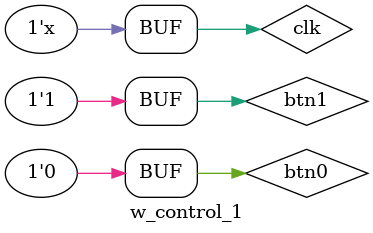
<source format=v>


module w_control_1( );

reg btn0,btn1,clk;

 wire [6:0]USEC;
 wire [5:0]SEC;
 wire [5:0] MIN;
 
 wire[1:0] w_state;
 wire high;
 wire low;
 
watch_control uut3( . BTN0(btn0),  . BTN1(btn1),  . usec(USEC), . sec(SEC), . min(MIN), . CLK(clk), . watch_state(w_state), . hex_h(high), . hex_l(low) );
 
parameter CLK_PD = 8.0;

initial 
    begin
        clk<=0;
        btn0 <= 0;
        btn1 <= 0;
    end

always #(CLK_PD/2) clk = ~clk;

initial 
    begin
         #(CLK_PD*2);
        btn0 = 0;
        #(CLK_PD*2);
        btn0 = 1;
        #(CLK_PD);
         btn0 = 0;
        #(CLK_PD*2);
        btn1 = 1;
        #(CLK_PD*2);
    end


endmodule

</source>
